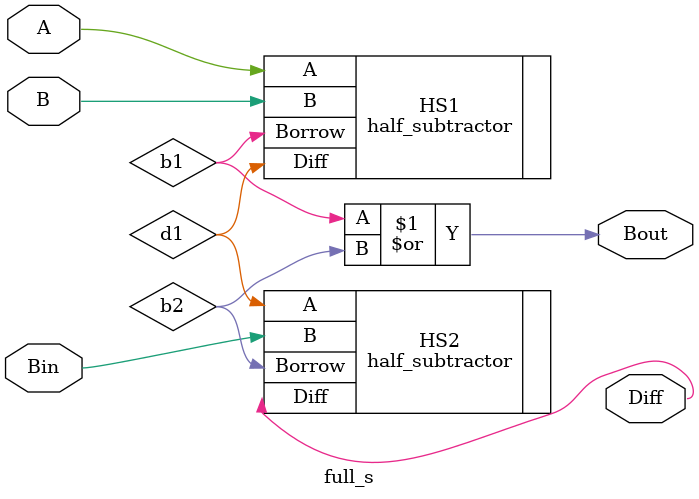
<source format=v>
`timescale 1ns / 1ps
module full_s (
    input A,
    input B,
    input Bin,
    output Diff,
    output Bout
);

    wire d1, b1, b2;

    // First half subtractor
    half_subtractor HS1 (
        .A(A),
        .B(B),
        .Diff(d1),
        .Borrow(b1)
    );

    // Second half subtractor
    half_subtractor HS2 (
        .A(d1),
        .B(Bin),
        .Diff(Diff),
        .Borrow(b2)
    );

    // Final borrow output
    assign Bout = b1 | b2;

endmodule


</source>
